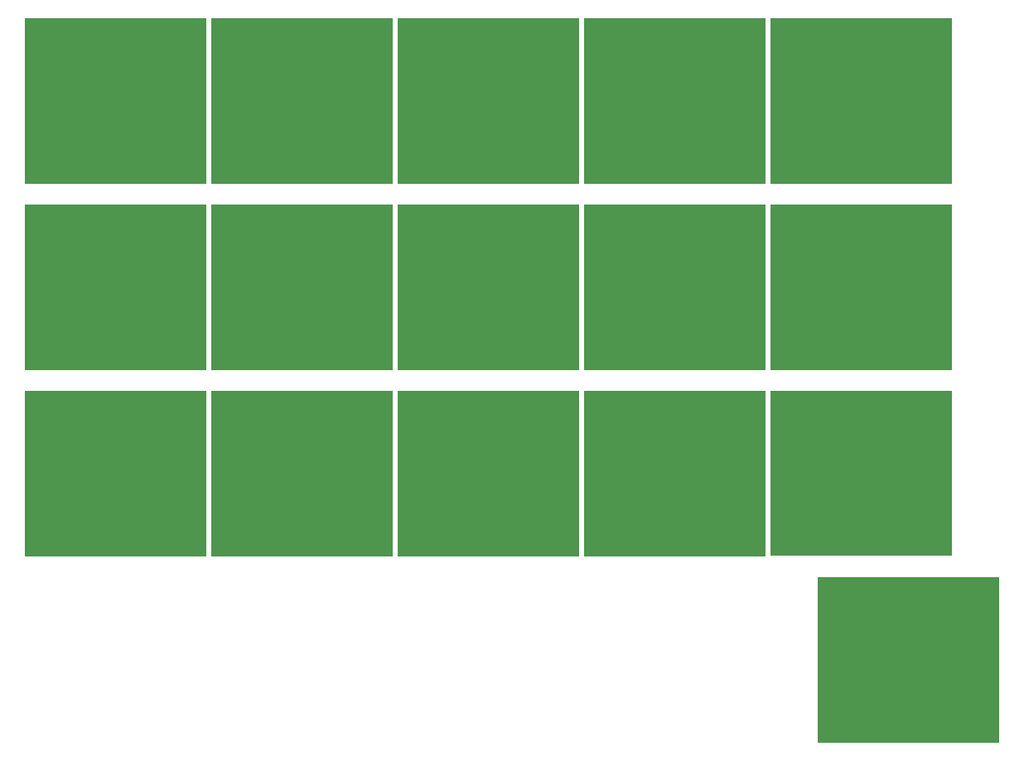
<source format=gbr>
G04 #@! TF.GenerationSoftware,KiCad,Pcbnew,(5.1.4)-1*
G04 #@! TF.CreationDate,2020-11-18T14:35:40-05:00*
G04 #@! TF.ProjectId,Plate,506c6174-652e-46b6-9963-61645f706362,rev?*
G04 #@! TF.SameCoordinates,Original*
G04 #@! TF.FileFunction,Soldermask,Top*
G04 #@! TF.FilePolarity,Negative*
%FSLAX46Y46*%
G04 Gerber Fmt 4.6, Leading zero omitted, Abs format (unit mm)*
G04 Created by KiCad (PCBNEW (5.1.4)-1) date 2020-11-18 14:35:40*
%MOMM*%
%LPD*%
G04 APERTURE LIST*
%ADD10C,0.100000*%
G04 APERTURE END LIST*
D10*
G36*
X247523000Y-131572000D02*
G01*
X228981000Y-131572000D01*
X228981000Y-114681000D01*
X247523000Y-114681000D01*
X247523000Y-131572000D01*
X247523000Y-131572000D01*
G37*
G36*
X223647000Y-112522000D02*
G01*
X205105000Y-112522000D01*
X205105000Y-95631000D01*
X223647000Y-95631000D01*
X223647000Y-112522000D01*
X223647000Y-112522000D01*
G37*
G36*
X166497000Y-112522000D02*
G01*
X147955000Y-112522000D01*
X147955000Y-95631000D01*
X166497000Y-95631000D01*
X166497000Y-112522000D01*
X166497000Y-112522000D01*
G37*
G36*
X185547000Y-112522000D02*
G01*
X167005000Y-112522000D01*
X167005000Y-95631000D01*
X185547000Y-95631000D01*
X185547000Y-112522000D01*
X185547000Y-112522000D01*
G37*
G36*
X204597000Y-112522000D02*
G01*
X186055000Y-112522000D01*
X186055000Y-95631000D01*
X204597000Y-95631000D01*
X204597000Y-112522000D01*
X204597000Y-112522000D01*
G37*
G36*
X242697000Y-112511119D02*
G01*
X224155000Y-112511119D01*
X224155000Y-95620119D01*
X242697000Y-95620119D01*
X242697000Y-112511119D01*
X242697000Y-112511119D01*
G37*
G36*
X204597000Y-93472000D02*
G01*
X186055000Y-93472000D01*
X186055000Y-76581000D01*
X204597000Y-76581000D01*
X204597000Y-93472000D01*
X204597000Y-93472000D01*
G37*
G36*
X242697000Y-93472000D02*
G01*
X224155000Y-93472000D01*
X224155000Y-76581000D01*
X242697000Y-76581000D01*
X242697000Y-93472000D01*
X242697000Y-93472000D01*
G37*
G36*
X223647000Y-93472000D02*
G01*
X205105000Y-93472000D01*
X205105000Y-76581000D01*
X223647000Y-76581000D01*
X223647000Y-93472000D01*
X223647000Y-93472000D01*
G37*
G36*
X185547000Y-93472000D02*
G01*
X167005000Y-93472000D01*
X167005000Y-76581000D01*
X185547000Y-76581000D01*
X185547000Y-93472000D01*
X185547000Y-93472000D01*
G37*
G36*
X166497000Y-93472000D02*
G01*
X147955000Y-93472000D01*
X147955000Y-76581000D01*
X166497000Y-76581000D01*
X166497000Y-93472000D01*
X166497000Y-93472000D01*
G37*
G36*
X166497000Y-74422000D02*
G01*
X147955000Y-74422000D01*
X147955000Y-57531000D01*
X166497000Y-57531000D01*
X166497000Y-74422000D01*
X166497000Y-74422000D01*
G37*
G36*
X185547000Y-74422000D02*
G01*
X167005000Y-74422000D01*
X167005000Y-57531000D01*
X185547000Y-57531000D01*
X185547000Y-74422000D01*
X185547000Y-74422000D01*
G37*
G36*
X204597000Y-74422000D02*
G01*
X186055000Y-74422000D01*
X186055000Y-57531000D01*
X204597000Y-57531000D01*
X204597000Y-74422000D01*
X204597000Y-74422000D01*
G37*
G36*
X223647000Y-74422000D02*
G01*
X205105000Y-74422000D01*
X205105000Y-57531000D01*
X223647000Y-57531000D01*
X223647000Y-74422000D01*
X223647000Y-74422000D01*
G37*
G36*
X242697000Y-74422000D02*
G01*
X224155000Y-74422000D01*
X224155000Y-57531000D01*
X242697000Y-57531000D01*
X242697000Y-74422000D01*
X242697000Y-74422000D01*
G37*
M02*

</source>
